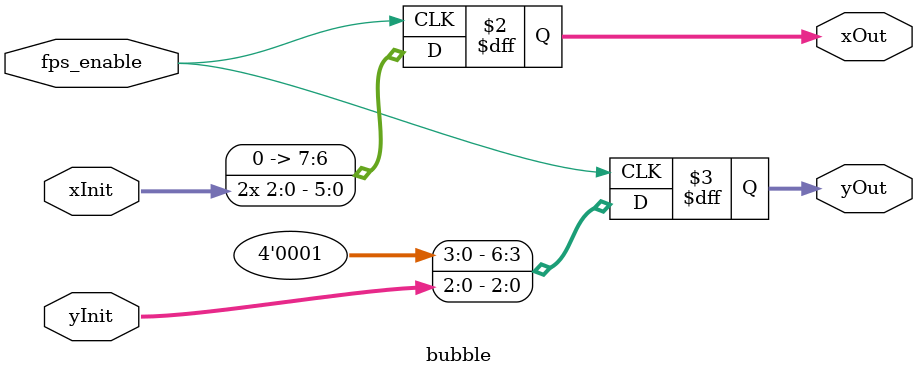
<source format=v>
module bubble(input fps_enable, input [2:0] xInit, input [2:0] yInit, output reg [7:0] xOut, output reg [6:0] yOut);

//user enter location
always @(posedge fps_enable) begin
xOut <= {xInit, xInit};
yOut <= {3'b001, yInit};
end

endmodule
</source>
